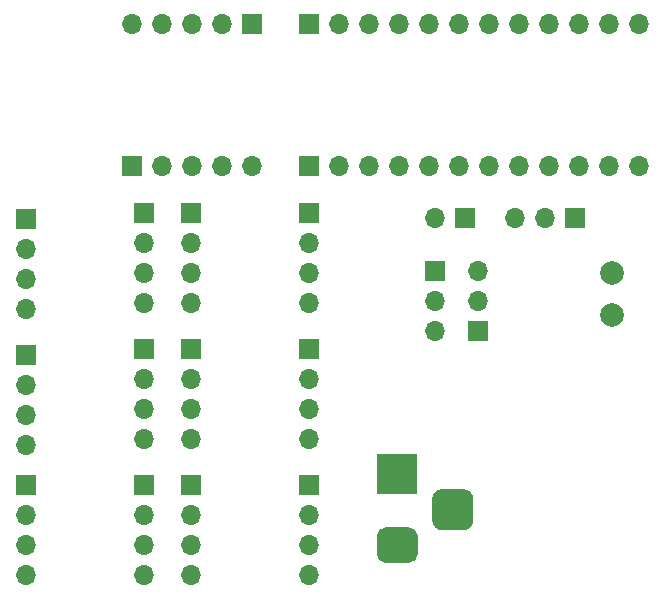
<source format=gbs>
G04 #@! TF.GenerationSoftware,KiCad,Pcbnew,(5.1.6-0-10_14)*
G04 #@! TF.CreationDate,2021-10-07T11:44:50+09:00*
G04 #@! TF.ProjectId,peltier,70656c74-6965-4722-9e6b-696361645f70,rev?*
G04 #@! TF.SameCoordinates,Original*
G04 #@! TF.FileFunction,Soldermask,Bot*
G04 #@! TF.FilePolarity,Negative*
%FSLAX46Y46*%
G04 Gerber Fmt 4.6, Leading zero omitted, Abs format (unit mm)*
G04 Created by KiCad (PCBNEW (5.1.6-0-10_14)) date 2021-10-07 11:44:50*
%MOMM*%
%LPD*%
G01*
G04 APERTURE LIST*
%ADD10O,1.700000X1.700000*%
%ADD11R,1.700000X1.700000*%
%ADD12R,3.500000X3.500000*%
%ADD13C,2.000000*%
G04 APERTURE END LIST*
D10*
X165135000Y-36950000D03*
D11*
X167675000Y-36950000D03*
D10*
X168800000Y-41420000D03*
X168800000Y-43960000D03*
D11*
X168800000Y-46500000D03*
X165150000Y-41450000D03*
D10*
X165150000Y-43990000D03*
X165150000Y-46530000D03*
X171870000Y-36950000D03*
X174410000Y-36950000D03*
D11*
X176950000Y-36950000D03*
D12*
X161940000Y-58620000D03*
G36*
G01*
X162940000Y-66120000D02*
X160940000Y-66120000D01*
G75*
G02*
X160190000Y-65370000I0J750000D01*
G01*
X160190000Y-63870000D01*
G75*
G02*
X160940000Y-63120000I750000J0D01*
G01*
X162940000Y-63120000D01*
G75*
G02*
X163690000Y-63870000I0J-750000D01*
G01*
X163690000Y-65370000D01*
G75*
G02*
X162940000Y-66120000I-750000J0D01*
G01*
G37*
G36*
G01*
X167515000Y-63370000D02*
X165765000Y-63370000D01*
G75*
G02*
X164890000Y-62495000I0J875000D01*
G01*
X164890000Y-60745000D01*
G75*
G02*
X165765000Y-59870000I875000J0D01*
G01*
X167515000Y-59870000D01*
G75*
G02*
X168390000Y-60745000I0J-875000D01*
G01*
X168390000Y-62495000D01*
G75*
G02*
X167515000Y-63370000I-875000J0D01*
G01*
G37*
D13*
X180150000Y-45100000D03*
X180150000Y-41600000D03*
D11*
X144500000Y-59500000D03*
D10*
X144500000Y-62040000D03*
X144500000Y-64580000D03*
X144500000Y-67120000D03*
X130500000Y-67120000D03*
X130500000Y-64580000D03*
X130500000Y-62040000D03*
D11*
X130500000Y-59500000D03*
D10*
X154500000Y-67120000D03*
X154500000Y-64580000D03*
X154500000Y-62040000D03*
D11*
X154500000Y-59500000D03*
X140500000Y-59500000D03*
D10*
X140500000Y-62040000D03*
X140500000Y-64580000D03*
X140500000Y-67120000D03*
D11*
X144500000Y-48000000D03*
D10*
X144500000Y-50540000D03*
X144500000Y-53080000D03*
X144500000Y-55620000D03*
X144500000Y-44120000D03*
X144500000Y-41580000D03*
X144500000Y-39040000D03*
D11*
X144500000Y-36500000D03*
D10*
X154500000Y-55620000D03*
X154500000Y-53080000D03*
X154500000Y-50540000D03*
D11*
X154500000Y-48000000D03*
X154500000Y-36500000D03*
D10*
X154500000Y-39040000D03*
X154500000Y-41580000D03*
X154500000Y-44120000D03*
X139500000Y-20500000D03*
X142040000Y-20500000D03*
X144580000Y-20500000D03*
X147120000Y-20500000D03*
D11*
X149660000Y-20500000D03*
X154500000Y-32500000D03*
D10*
X157040000Y-32500000D03*
X159580000Y-32500000D03*
X162120000Y-32500000D03*
X164660000Y-32500000D03*
X167200000Y-32500000D03*
X169740000Y-32500000D03*
X172280000Y-32500000D03*
X174820000Y-32500000D03*
X177360000Y-32500000D03*
X179900000Y-32500000D03*
X182440000Y-32500000D03*
X182440000Y-20500000D03*
X179900000Y-20500000D03*
X177360000Y-20500000D03*
X174820000Y-20500000D03*
X172280000Y-20500000D03*
X169740000Y-20500000D03*
X167200000Y-20500000D03*
X164660000Y-20500000D03*
X162120000Y-20500000D03*
X159580000Y-20500000D03*
X157040000Y-20500000D03*
D11*
X154500000Y-20500000D03*
X130500000Y-37000000D03*
D10*
X130500000Y-39540000D03*
X130500000Y-42080000D03*
X130500000Y-44620000D03*
X140500000Y-44120000D03*
X140500000Y-41580000D03*
X140500000Y-39040000D03*
D11*
X140500000Y-36500000D03*
X130500000Y-48500000D03*
D10*
X130500000Y-51040000D03*
X130500000Y-53580000D03*
X130500000Y-56120000D03*
X140500000Y-55620000D03*
X140500000Y-53080000D03*
X140500000Y-50540000D03*
D11*
X140500000Y-48000000D03*
D10*
X149660000Y-32500000D03*
X147120000Y-32500000D03*
X144580000Y-32500000D03*
X142040000Y-32500000D03*
D11*
X139500000Y-32500000D03*
M02*

</source>
